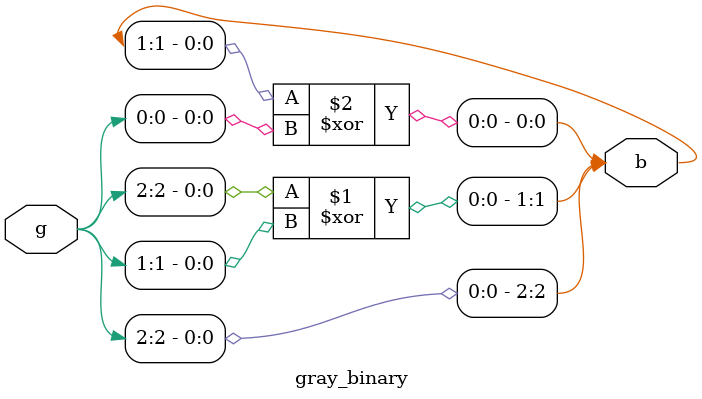
<source format=v>
`timescale 1ns / 1ps


module gray_binary(b, g);
  input [2:0] g;
  output [2:0] b;

  assign b[2] = g[2];  // MSB stays the same
  assign b[1] = b[2] ^ g[1];  // XOR with previous binary bit
  assign b[0] = b[1] ^ g[0];  // XOR with previous binary bit
endmodule

</source>
